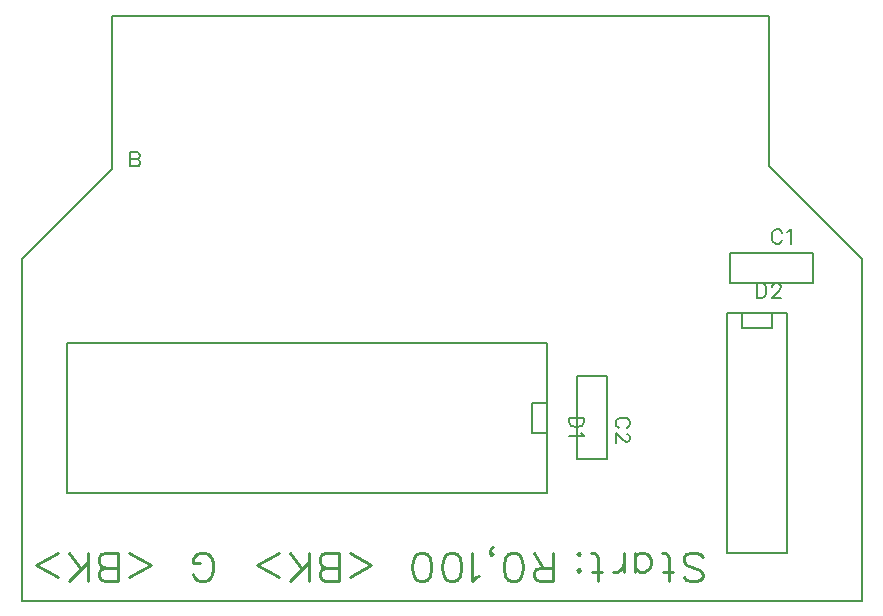
<source format=gto>
G04 FreePCB version 1.200*
G04 \\DISKSTATION\museum\Computers\RK86\Clones\Apogey BK-01\RomDisk\My\CAM\top_silk.grb*
G04 top silk layer *
G04 Scale: 100 percent, Rotated: No, Reflected: No *
%FSLAX26Y26*%
%MOIN*%
%LNTop*%
%ADD10C,0.005000*%
%ADD11C,0.007000*%
%ADD12C,0.010000*%
G90*
G70D02*

G04 ----------------------- Draw board outline (positive)*
%LPD*%
G54D10*
G01X2310000Y4140000D02*
G01X4490000Y4140000D01*
G04 end of side 1*
G01X4490000Y3640000D01*
G04 end of side 2*
G01X4800000Y3330000D01*
G04 end of side 3*
G01X4800000Y2190000D01*
G04 end of side 4*
G01X2000000Y2190000D01*
G04 end of side 5*
G01X2000000Y3330000D01*
G04 end of side 6*
G01X2300000Y3630000D01*
G04 end of side 7*
G01X2300000Y4140000D01*
G04 end of side 8*
G01X2320000Y4140000D01*
G04 end of side 9*
G01X2310000Y4140000D01*

G04 -------------- Draw Parts, Pads, Traces, Vias and Text (positive)*
%LPD*%
G04 Draw part D1*
G04 draw part outline for part D1*
G54D11*
G01X3750000Y3050000D02*
G01X2150000Y3050000D01*
G01X2150000Y3050000D02*
G01X2150000Y2550000D01*
G01X2150000Y2550000D02*
G01X3750000Y2550000D01*
G01X3750000Y2550000D02*
G01X3750000Y3050000D01*
G01X3750000Y2850000D02*
G01X3700000Y2850000D01*
G01X3700000Y2850000D02*
G01X3700000Y2750000D01*
G01X3700000Y2750000D02*
G01X3750000Y2750000D01*
G01X3750000Y2750000D02*
G01X3750000Y2850000D01*
G04 draw reference designator for part D1*
G01X3872727Y2800000D02*
G01X3825000Y2800000D01*
G01X3872727Y2784090D02*
G01X3872727Y2800000D01*
G01X3872727Y2784090D02*
G01X3870454Y2777272D01*
G01X3870454Y2777272D02*
G01X3865909Y2772727D01*
G01X3865909Y2772727D02*
G01X3861363Y2770454D01*
G01X3861363Y2770454D02*
G01X3854545Y2768181D01*
G01X3854545Y2768181D02*
G01X3843181Y2768181D01*
G01X3843181Y2768181D02*
G01X3836363Y2770454D01*
G01X3836363Y2770454D02*
G01X3831818Y2772727D01*
G01X3831818Y2772727D02*
G01X3827272Y2777272D01*
G01X3827272Y2777272D02*
G01X3825000Y2784090D01*
G01X3825000Y2800000D02*
G01X3825000Y2784090D01*
G01X3865909Y2745454D02*
G01X3863636Y2750000D01*
G01X3872727Y2738636D02*
G01X3865909Y2745454D01*
G01X3872727Y2738636D02*
G01X3825000Y2738636D01*
G04 Draw part B*
G04 draw part outline for part B*
G04 draw reference designator for part B*
G01X2362204Y3684735D02*
G01X2362204Y3637007D01*
G01X2382659Y3684735D02*
G01X2362204Y3684735D01*
G01X2382659Y3684735D02*
G01X2389477Y3682462D01*
G01X2389477Y3682462D02*
G01X2391750Y3680189D01*
G01X2391750Y3680189D02*
G01X2394022Y3675644D01*
G01X2394022Y3675644D02*
G01X2394022Y3671098D01*
G01X2394022Y3671098D02*
G01X2391750Y3666553D01*
G01X2391750Y3666553D02*
G01X2389477Y3664280D01*
G01X2389477Y3664280D02*
G01X2382659Y3662007D01*
G01X2382659Y3662007D02*
G01X2362204Y3662007D01*
G01X2382659Y3662007D02*
G01X2389477Y3659735D01*
G01X2389477Y3659735D02*
G01X2391750Y3657462D01*
G01X2391750Y3657462D02*
G01X2394022Y3652916D01*
G01X2394022Y3652916D02*
G01X2394022Y3646098D01*
G01X2394022Y3646098D02*
G01X2391750Y3641553D01*
G01X2391750Y3641553D02*
G01X2389477Y3639280D01*
G01X2389477Y3639280D02*
G01X2382659Y3637007D01*
G01X2362204Y3637007D02*
G01X2382659Y3637007D01*
G04 Draw part A*
G04 Draw part D2*
G04 draw part outline for part D2*
G01X4350000Y3150000D02*
G01X4350000Y2350000D01*
G01X4350000Y2350000D02*
G01X4550000Y2350000D01*
G01X4550000Y2350000D02*
G01X4550000Y3150000D01*
G01X4550000Y3150000D02*
G01X4350000Y3150000D01*
G01X4400000Y3150000D02*
G01X4400000Y3100000D01*
G01X4400000Y3100000D02*
G01X4500000Y3100000D01*
G01X4500000Y3100000D02*
G01X4500000Y3150000D01*
G01X4500000Y3150000D02*
G01X4400000Y3150000D01*
G04 draw reference designator for part D2*
G01X4450000Y3247727D02*
G01X4450000Y3200000D01*
G01X4465909Y3247727D02*
G01X4450000Y3247727D01*
G01X4465909Y3247727D02*
G01X4472727Y3245454D01*
G01X4472727Y3245454D02*
G01X4477272Y3240909D01*
G01X4477272Y3240909D02*
G01X4479545Y3236363D01*
G01X4479545Y3236363D02*
G01X4481818Y3229545D01*
G01X4481818Y3229545D02*
G01X4481818Y3218181D01*
G01X4481818Y3218181D02*
G01X4479545Y3211363D01*
G01X4479545Y3211363D02*
G01X4477272Y3206818D01*
G01X4477272Y3206818D02*
G01X4472727Y3202272D01*
G01X4472727Y3202272D02*
G01X4465909Y3200000D01*
G01X4450000Y3200000D02*
G01X4465909Y3200000D01*
G01X4502272Y3238636D02*
G01X4502272Y3236363D01*
G01X4504545Y3243181D02*
G01X4502272Y3238636D01*
G01X4506818Y3245454D02*
G01X4504545Y3243181D01*
G01X4511363Y3247727D02*
G01X4506818Y3245454D01*
G01X4520454Y3247727D02*
G01X4511363Y3247727D01*
G01X4520454Y3247727D02*
G01X4525000Y3245454D01*
G01X4525000Y3245454D02*
G01X4527272Y3243181D01*
G01X4527272Y3243181D02*
G01X4529545Y3238636D01*
G01X4529545Y3238636D02*
G01X4529545Y3234090D01*
G01X4529545Y3234090D02*
G01X4527272Y3229545D01*
G01X4527272Y3229545D02*
G01X4522727Y3222727D01*
G01X4522727Y3222727D02*
G01X4500000Y3200000D01*
G01X4531818Y3200000D02*
G01X4500000Y3200000D01*
G04 Draw part C1*
G04 draw part outline for part C1*
G01X4362000Y3350000D02*
G01X4638000Y3350000D01*
G01X4638000Y3350000D02*
G01X4638000Y3250000D01*
G01X4638000Y3250000D02*
G01X4362000Y3250000D01*
G01X4362000Y3250000D02*
G01X4362000Y3350000D01*
G04 draw reference designator for part C1*
G01X4531818Y3420909D02*
G01X4534090Y3416363D01*
G01X4527272Y3425454D02*
G01X4531818Y3420909D01*
G01X4522727Y3427727D02*
G01X4527272Y3425454D01*
G01X4513636Y3427727D02*
G01X4522727Y3427727D01*
G01X4513636Y3427727D02*
G01X4509090Y3425454D01*
G01X4509090Y3425454D02*
G01X4504545Y3420909D01*
G01X4504545Y3420909D02*
G01X4502272Y3416363D01*
G01X4502272Y3416363D02*
G01X4500000Y3409545D01*
G01X4500000Y3409545D02*
G01X4500000Y3398181D01*
G01X4500000Y3398181D02*
G01X4502272Y3391363D01*
G01X4502272Y3391363D02*
G01X4504545Y3386818D01*
G01X4504545Y3386818D02*
G01X4509090Y3382272D01*
G01X4509090Y3382272D02*
G01X4513636Y3380000D01*
G01X4522727Y3380000D02*
G01X4513636Y3380000D01*
G01X4527272Y3382272D02*
G01X4522727Y3380000D01*
G01X4531818Y3386818D02*
G01X4527272Y3382272D01*
G01X4534090Y3391363D02*
G01X4531818Y3386818D01*
G01X4556818Y3420909D02*
G01X4552272Y3418636D01*
G01X4563636Y3427727D02*
G01X4556818Y3420909D01*
G01X4563636Y3427727D02*
G01X4563636Y3380000D01*
G04 Draw part C2*
G04 draw part outline for part C2*
G01X3950000Y2938000D02*
G01X3950000Y2662000D01*
G01X3950000Y2662000D02*
G01X3850000Y2662000D01*
G01X3850000Y2662000D02*
G01X3850000Y2938000D01*
G01X3850000Y2938000D02*
G01X3950000Y2938000D01*
G04 draw reference designator for part C2*
G01X4020909Y2768181D02*
G01X4016363Y2765909D01*
G01X4025454Y2772727D02*
G01X4020909Y2768181D01*
G01X4027727Y2777272D02*
G01X4025454Y2772727D01*
G01X4027727Y2786363D02*
G01X4027727Y2777272D01*
G01X4027727Y2786363D02*
G01X4025454Y2790909D01*
G01X4025454Y2790909D02*
G01X4020909Y2795454D01*
G01X4020909Y2795454D02*
G01X4016363Y2797727D01*
G01X4016363Y2797727D02*
G01X4009545Y2800000D01*
G01X4009545Y2800000D02*
G01X3998181Y2800000D01*
G01X3998181Y2800000D02*
G01X3991363Y2797727D01*
G01X3991363Y2797727D02*
G01X3986818Y2795454D01*
G01X3986818Y2795454D02*
G01X3982272Y2790909D01*
G01X3982272Y2790909D02*
G01X3980000Y2786363D01*
G01X3980000Y2777272D02*
G01X3980000Y2786363D01*
G01X3982272Y2772727D02*
G01X3980000Y2777272D01*
G01X3986818Y2768181D02*
G01X3982272Y2772727D01*
G01X3991363Y2765909D02*
G01X3986818Y2768181D01*
G01X4018636Y2745454D02*
G01X4016363Y2745454D01*
G01X4023181Y2743181D02*
G01X4018636Y2745454D01*
G01X4025454Y2740909D02*
G01X4023181Y2743181D01*
G01X4027727Y2736363D02*
G01X4025454Y2740909D01*
G01X4027727Y2727272D02*
G01X4027727Y2736363D01*
G01X4027727Y2727272D02*
G01X4025454Y2722727D01*
G01X4025454Y2722727D02*
G01X4023181Y2720454D01*
G01X4023181Y2720454D02*
G01X4018636Y2718181D01*
G01X4018636Y2718181D02*
G01X4014090Y2718181D01*
G01X4014090Y2718181D02*
G01X4009545Y2720454D01*
G01X4009545Y2720454D02*
G01X4002727Y2725000D01*
G01X4002727Y2725000D02*
G01X3980000Y2747727D01*
G01X3980000Y2715909D02*
G01X3980000Y2747727D01*

G04 Draw traces*

G04 Draw Text*
G54D12*
G01X4206363Y2268181D02*
G01X4215454Y2259090D01*
G01X4215454Y2259090D02*
G01X4229090Y2254545D01*
G01X4229090Y2254545D02*
G01X4247272Y2254545D01*
G01X4247272Y2254545D02*
G01X4260909Y2259090D01*
G01X4260909Y2259090D02*
G01X4270000Y2268181D01*
G01X4270000Y2268181D02*
G01X4270000Y2277272D01*
G01X4270000Y2277272D02*
G01X4265454Y2286363D01*
G01X4265454Y2286363D02*
G01X4260909Y2290909D01*
G01X4260909Y2290909D02*
G01X4251818Y2295454D01*
G01X4251818Y2295454D02*
G01X4224545Y2304545D01*
G01X4224545Y2304545D02*
G01X4215454Y2309090D01*
G01X4215454Y2309090D02*
G01X4210909Y2313636D01*
G01X4210909Y2313636D02*
G01X4206363Y2322727D01*
G01X4206363Y2322727D02*
G01X4206363Y2336363D01*
G01X4206363Y2336363D02*
G01X4215454Y2345454D01*
G01X4215454Y2345454D02*
G01X4229090Y2350000D01*
G01X4229090Y2350000D02*
G01X4247272Y2350000D01*
G01X4247272Y2350000D02*
G01X4260909Y2345454D01*
G01X4260909Y2345454D02*
G01X4270000Y2336363D01*
G01X4156363Y2254545D02*
G01X4156363Y2331818D01*
G01X4156363Y2331818D02*
G01X4151818Y2345454D01*
G01X4151818Y2345454D02*
G01X4142727Y2350000D01*
G01X4142727Y2350000D02*
G01X4133636Y2350000D01*
G01X4170000Y2286363D02*
G01X4138181Y2286363D01*
G01X4042727Y2286363D02*
G01X4042727Y2350000D01*
G01X4042727Y2300000D02*
G01X4051818Y2290909D01*
G01X4051818Y2290909D02*
G01X4060909Y2286363D01*
G01X4060909Y2286363D02*
G01X4074545Y2286363D01*
G01X4074545Y2286363D02*
G01X4083636Y2290909D01*
G01X4083636Y2290909D02*
G01X4092727Y2300000D01*
G01X4092727Y2300000D02*
G01X4097272Y2313636D01*
G01X4097272Y2313636D02*
G01X4097272Y2322727D01*
G01X4097272Y2322727D02*
G01X4092727Y2336363D01*
G01X4092727Y2336363D02*
G01X4083636Y2345454D01*
G01X4083636Y2345454D02*
G01X4074545Y2350000D01*
G01X4074545Y2350000D02*
G01X4060909Y2350000D01*
G01X4060909Y2350000D02*
G01X4051818Y2345454D01*
G01X4051818Y2345454D02*
G01X4042727Y2336363D01*
G01X4006363Y2286363D02*
G01X4006363Y2350000D01*
G01X4006363Y2313636D02*
G01X4001818Y2300000D01*
G01X4001818Y2300000D02*
G01X3992727Y2290909D01*
G01X3992727Y2290909D02*
G01X3983636Y2286363D01*
G01X3983636Y2286363D02*
G01X3970000Y2286363D01*
G01X3920000Y2254545D02*
G01X3920000Y2331818D01*
G01X3920000Y2331818D02*
G01X3915454Y2345454D01*
G01X3915454Y2345454D02*
G01X3906363Y2350000D01*
G01X3906363Y2350000D02*
G01X3897272Y2350000D01*
G01X3933636Y2286363D02*
G01X3901818Y2286363D01*
G01X3856363Y2286363D02*
G01X3860909Y2290909D01*
G01X3860909Y2290909D02*
G01X3856363Y2295454D01*
G01X3856363Y2295454D02*
G01X3851818Y2290909D01*
G01X3851818Y2290909D02*
G01X3856363Y2286363D01*
G01X3856363Y2340909D02*
G01X3860909Y2345454D01*
G01X3860909Y2345454D02*
G01X3856363Y2350000D01*
G01X3856363Y2350000D02*
G01X3851818Y2345454D01*
G01X3851818Y2345454D02*
G01X3856363Y2340909D01*
G01X3770000Y2254545D02*
G01X3770000Y2350000D01*
G01X3770000Y2254545D02*
G01X3729090Y2254545D01*
G01X3729090Y2254545D02*
G01X3715454Y2259090D01*
G01X3715454Y2259090D02*
G01X3710909Y2263636D01*
G01X3710909Y2263636D02*
G01X3706363Y2272727D01*
G01X3706363Y2272727D02*
G01X3706363Y2281818D01*
G01X3706363Y2281818D02*
G01X3710909Y2290909D01*
G01X3710909Y2290909D02*
G01X3715454Y2295454D01*
G01X3715454Y2295454D02*
G01X3729090Y2300000D01*
G01X3729090Y2300000D02*
G01X3770000Y2300000D01*
G01X3738181Y2300000D02*
G01X3706363Y2350000D01*
G01X3642727Y2254545D02*
G01X3656363Y2259090D01*
G01X3656363Y2259090D02*
G01X3665454Y2272727D01*
G01X3665454Y2272727D02*
G01X3670000Y2295454D01*
G01X3670000Y2295454D02*
G01X3670000Y2309090D01*
G01X3670000Y2309090D02*
G01X3665454Y2331818D01*
G01X3665454Y2331818D02*
G01X3656363Y2345454D01*
G01X3656363Y2345454D02*
G01X3642727Y2350000D01*
G01X3642727Y2350000D02*
G01X3633636Y2350000D01*
G01X3633636Y2350000D02*
G01X3620000Y2345454D01*
G01X3620000Y2345454D02*
G01X3610909Y2331818D01*
G01X3610909Y2331818D02*
G01X3606363Y2309090D01*
G01X3606363Y2309090D02*
G01X3606363Y2295454D01*
G01X3606363Y2295454D02*
G01X3610909Y2272727D01*
G01X3610909Y2272727D02*
G01X3620000Y2259090D01*
G01X3620000Y2259090D02*
G01X3633636Y2254545D01*
G01X3633636Y2254545D02*
G01X3642727Y2254545D01*
G01X3560909Y2345454D02*
G01X3565454Y2350000D01*
G01X3565454Y2350000D02*
G01X3570000Y2345454D01*
G01X3570000Y2345454D02*
G01X3565454Y2340909D01*
G01X3565454Y2340909D02*
G01X3560909Y2345454D01*
G01X3560909Y2345454D02*
G01X3560909Y2354545D01*
G01X3560909Y2354545D02*
G01X3565454Y2363636D01*
G01X3565454Y2363636D02*
G01X3570000Y2368181D01*
G01X3524545Y2272727D02*
G01X3515454Y2268181D01*
G01X3515454Y2268181D02*
G01X3501818Y2254545D01*
G01X3501818Y2254545D02*
G01X3501818Y2350000D01*
G01X3438181Y2254545D02*
G01X3451818Y2259090D01*
G01X3451818Y2259090D02*
G01X3460909Y2272727D01*
G01X3460909Y2272727D02*
G01X3465454Y2295454D01*
G01X3465454Y2295454D02*
G01X3465454Y2309090D01*
G01X3465454Y2309090D02*
G01X3460909Y2331818D01*
G01X3460909Y2331818D02*
G01X3451818Y2345454D01*
G01X3451818Y2345454D02*
G01X3438181Y2350000D01*
G01X3438181Y2350000D02*
G01X3429090Y2350000D01*
G01X3429090Y2350000D02*
G01X3415454Y2345454D01*
G01X3415454Y2345454D02*
G01X3406363Y2331818D01*
G01X3406363Y2331818D02*
G01X3401818Y2309090D01*
G01X3401818Y2309090D02*
G01X3401818Y2295454D01*
G01X3401818Y2295454D02*
G01X3406363Y2272727D01*
G01X3406363Y2272727D02*
G01X3415454Y2259090D01*
G01X3415454Y2259090D02*
G01X3429090Y2254545D01*
G01X3429090Y2254545D02*
G01X3438181Y2254545D01*
G01X3338181Y2254545D02*
G01X3351818Y2259090D01*
G01X3351818Y2259090D02*
G01X3360909Y2272727D01*
G01X3360909Y2272727D02*
G01X3365454Y2295454D01*
G01X3365454Y2295454D02*
G01X3365454Y2309090D01*
G01X3365454Y2309090D02*
G01X3360909Y2331818D01*
G01X3360909Y2331818D02*
G01X3351818Y2345454D01*
G01X3351818Y2345454D02*
G01X3338181Y2350000D01*
G01X3338181Y2350000D02*
G01X3329090Y2350000D01*
G01X3329090Y2350000D02*
G01X3315454Y2345454D01*
G01X3315454Y2345454D02*
G01X3306363Y2331818D01*
G01X3306363Y2331818D02*
G01X3301818Y2309090D01*
G01X3301818Y2309090D02*
G01X3301818Y2295454D01*
G01X3301818Y2295454D02*
G01X3306363Y2272727D01*
G01X3306363Y2272727D02*
G01X3315454Y2259090D01*
G01X3315454Y2259090D02*
G01X3329090Y2254545D01*
G01X3329090Y2254545D02*
G01X3338181Y2254545D01*
G01X3092727Y2268181D02*
G01X3165454Y2309090D01*
G01X3165454Y2309090D02*
G01X3092727Y2350000D01*
G01X3056363Y2254545D02*
G01X3056363Y2350000D01*
G01X3056363Y2254545D02*
G01X3015454Y2254545D01*
G01X3015454Y2254545D02*
G01X3001818Y2259090D01*
G01X3001818Y2259090D02*
G01X2997272Y2263636D01*
G01X2997272Y2263636D02*
G01X2992727Y2272727D01*
G01X2992727Y2272727D02*
G01X2992727Y2281818D01*
G01X2992727Y2281818D02*
G01X2997272Y2290909D01*
G01X2997272Y2290909D02*
G01X3001818Y2295454D01*
G01X3001818Y2295454D02*
G01X3015454Y2300000D01*
G01X3056363Y2300000D02*
G01X3015454Y2300000D01*
G01X3015454Y2300000D02*
G01X3001818Y2304545D01*
G01X3001818Y2304545D02*
G01X2997272Y2309090D01*
G01X2997272Y2309090D02*
G01X2992727Y2318181D01*
G01X2992727Y2318181D02*
G01X2992727Y2331818D01*
G01X2992727Y2331818D02*
G01X2997272Y2340909D01*
G01X2997272Y2340909D02*
G01X3001818Y2345454D01*
G01X3001818Y2345454D02*
G01X3015454Y2350000D01*
G01X3015454Y2350000D02*
G01X3056363Y2350000D01*
G01X2956363Y2254545D02*
G01X2956363Y2350000D01*
G01X2892727Y2254545D02*
G01X2956363Y2318181D01*
G01X2933636Y2295454D02*
G01X2892727Y2350000D01*
G01X2856363Y2268181D02*
G01X2783636Y2309090D01*
G01X2783636Y2309090D02*
G01X2856363Y2350000D01*
G01X2570000Y2277272D02*
G01X2574545Y2268181D01*
G01X2574545Y2268181D02*
G01X2583636Y2259090D01*
G01X2583636Y2259090D02*
G01X2592727Y2254545D01*
G01X2592727Y2254545D02*
G01X2610909Y2254545D01*
G01X2610909Y2254545D02*
G01X2620000Y2259090D01*
G01X2620000Y2259090D02*
G01X2629090Y2268181D01*
G01X2629090Y2268181D02*
G01X2633636Y2277272D01*
G01X2633636Y2277272D02*
G01X2638181Y2290909D01*
G01X2638181Y2290909D02*
G01X2638181Y2313636D01*
G01X2638181Y2313636D02*
G01X2633636Y2327272D01*
G01X2633636Y2327272D02*
G01X2629090Y2336363D01*
G01X2629090Y2336363D02*
G01X2620000Y2345454D01*
G01X2620000Y2345454D02*
G01X2610909Y2350000D01*
G01X2610909Y2350000D02*
G01X2592727Y2350000D01*
G01X2592727Y2350000D02*
G01X2583636Y2345454D01*
G01X2583636Y2345454D02*
G01X2574545Y2336363D01*
G01X2574545Y2336363D02*
G01X2570000Y2327272D01*
G01X2570000Y2327272D02*
G01X2570000Y2313636D01*
G01X2592727Y2313636D02*
G01X2570000Y2313636D01*
G01X2356363Y2268181D02*
G01X2429090Y2309090D01*
G01X2429090Y2309090D02*
G01X2356363Y2350000D01*
G01X2320000Y2254545D02*
G01X2320000Y2350000D01*
G01X2320000Y2254545D02*
G01X2279090Y2254545D01*
G01X2279090Y2254545D02*
G01X2265454Y2259090D01*
G01X2265454Y2259090D02*
G01X2260909Y2263636D01*
G01X2260909Y2263636D02*
G01X2256363Y2272727D01*
G01X2256363Y2272727D02*
G01X2256363Y2281818D01*
G01X2256363Y2281818D02*
G01X2260909Y2290909D01*
G01X2260909Y2290909D02*
G01X2265454Y2295454D01*
G01X2265454Y2295454D02*
G01X2279090Y2300000D01*
G01X2320000Y2300000D02*
G01X2279090Y2300000D01*
G01X2279090Y2300000D02*
G01X2265454Y2304545D01*
G01X2265454Y2304545D02*
G01X2260909Y2309090D01*
G01X2260909Y2309090D02*
G01X2256363Y2318181D01*
G01X2256363Y2318181D02*
G01X2256363Y2331818D01*
G01X2256363Y2331818D02*
G01X2260909Y2340909D01*
G01X2260909Y2340909D02*
G01X2265454Y2345454D01*
G01X2265454Y2345454D02*
G01X2279090Y2350000D01*
G01X2279090Y2350000D02*
G01X2320000Y2350000D01*
G01X2220000Y2254545D02*
G01X2220000Y2350000D01*
G01X2156363Y2254545D02*
G01X2220000Y2318181D01*
G01X2197272Y2295454D02*
G01X2156363Y2350000D01*
G01X2120000Y2268181D02*
G01X2047272Y2309090D01*
G01X2047272Y2309090D02*
G01X2120000Y2350000D01*
M00*
M02*

</source>
